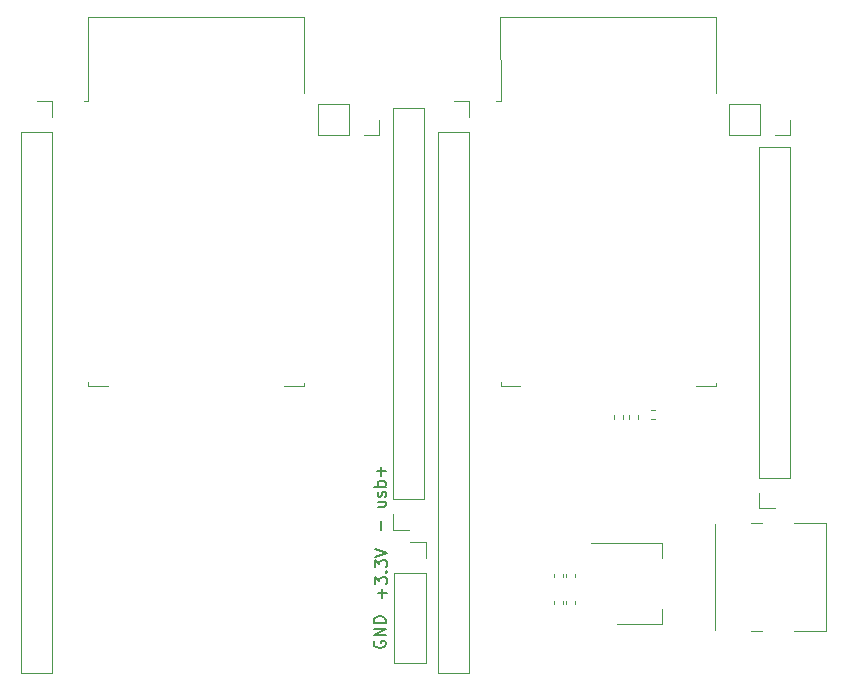
<source format=gbr>
%TF.GenerationSoftware,KiCad,Pcbnew,(5.1.6)-1*%
%TF.CreationDate,2020-10-06T21:24:19+08:00*%
%TF.ProjectId,esp32,65737033-322e-46b6-9963-61645f706362,rev?*%
%TF.SameCoordinates,Original*%
%TF.FileFunction,Legend,Top*%
%TF.FilePolarity,Positive*%
%FSLAX46Y46*%
G04 Gerber Fmt 4.6, Leading zero omitted, Abs format (unit mm)*
G04 Created by KiCad (PCBNEW (5.1.6)-1) date 2020-10-06 21:24:19*
%MOMM*%
%LPD*%
G01*
G04 APERTURE LIST*
%ADD10C,0.150000*%
%ADD11C,0.120000*%
G04 APERTURE END LIST*
D10*
X148171428Y-58090476D02*
X148171428Y-57328571D01*
X147885714Y-55661904D02*
X148552380Y-55661904D01*
X147885714Y-56090476D02*
X148409523Y-56090476D01*
X148504761Y-56042857D01*
X148552380Y-55947619D01*
X148552380Y-55804761D01*
X148504761Y-55709523D01*
X148457142Y-55661904D01*
X148504761Y-55233333D02*
X148552380Y-55138095D01*
X148552380Y-54947619D01*
X148504761Y-54852380D01*
X148409523Y-54804761D01*
X148361904Y-54804761D01*
X148266666Y-54852380D01*
X148219047Y-54947619D01*
X148219047Y-55090476D01*
X148171428Y-55185714D01*
X148076190Y-55233333D01*
X148028571Y-55233333D01*
X147933333Y-55185714D01*
X147885714Y-55090476D01*
X147885714Y-54947619D01*
X147933333Y-54852380D01*
X148552380Y-54376190D02*
X147552380Y-54376190D01*
X147933333Y-54376190D02*
X147885714Y-54280952D01*
X147885714Y-54090476D01*
X147933333Y-53995238D01*
X147980952Y-53947619D01*
X148076190Y-53900000D01*
X148361904Y-53900000D01*
X148457142Y-53947619D01*
X148504761Y-53995238D01*
X148552380Y-54090476D01*
X148552380Y-54280952D01*
X148504761Y-54376190D01*
X148171428Y-53471428D02*
X148171428Y-52709523D01*
X148552380Y-53090476D02*
X147790476Y-53090476D01*
X147600000Y-67461904D02*
X147552380Y-67557142D01*
X147552380Y-67700000D01*
X147600000Y-67842857D01*
X147695238Y-67938095D01*
X147790476Y-67985714D01*
X147980952Y-68033333D01*
X148123809Y-68033333D01*
X148314285Y-67985714D01*
X148409523Y-67938095D01*
X148504761Y-67842857D01*
X148552380Y-67700000D01*
X148552380Y-67604761D01*
X148504761Y-67461904D01*
X148457142Y-67414285D01*
X148123809Y-67414285D01*
X148123809Y-67604761D01*
X148552380Y-66985714D02*
X147552380Y-66985714D01*
X148552380Y-66414285D01*
X147552380Y-66414285D01*
X148552380Y-65938095D02*
X147552380Y-65938095D01*
X147552380Y-65700000D01*
X147600000Y-65557142D01*
X147695238Y-65461904D01*
X147790476Y-65414285D01*
X147980952Y-65366666D01*
X148123809Y-65366666D01*
X148314285Y-65414285D01*
X148409523Y-65461904D01*
X148504761Y-65557142D01*
X148552380Y-65700000D01*
X148552380Y-65938095D01*
X148271428Y-63800000D02*
X148271428Y-63038095D01*
X148652380Y-63419047D02*
X147890476Y-63419047D01*
X147652380Y-62657142D02*
X147652380Y-62038095D01*
X148033333Y-62371428D01*
X148033333Y-62228571D01*
X148080952Y-62133333D01*
X148128571Y-62085714D01*
X148223809Y-62038095D01*
X148461904Y-62038095D01*
X148557142Y-62085714D01*
X148604761Y-62133333D01*
X148652380Y-62228571D01*
X148652380Y-62514285D01*
X148604761Y-62609523D01*
X148557142Y-62657142D01*
X148557142Y-61609523D02*
X148604761Y-61561904D01*
X148652380Y-61609523D01*
X148604761Y-61657142D01*
X148557142Y-61609523D01*
X148652380Y-61609523D01*
X147652380Y-61228571D02*
X147652380Y-60609523D01*
X148033333Y-60942857D01*
X148033333Y-60800000D01*
X148080952Y-60704761D01*
X148128571Y-60657142D01*
X148223809Y-60609523D01*
X148461904Y-60609523D01*
X148557142Y-60657142D01*
X148604761Y-60704761D01*
X148652380Y-60800000D01*
X148652380Y-61085714D01*
X148604761Y-61180952D01*
X148557142Y-61228571D01*
X147652380Y-60323809D02*
X148652380Y-59990476D01*
X147652380Y-59657142D01*
D11*
%TO.C,REF\u002A\u002A*%
X150600000Y-59070000D02*
X151930000Y-59070000D01*
X151930000Y-59070000D02*
X151930000Y-60400000D01*
X151930000Y-61670000D02*
X151930000Y-69350000D01*
X149270000Y-69350000D02*
X151930000Y-69350000D01*
X149270000Y-61670000D02*
X149270000Y-69350000D01*
X149270000Y-61670000D02*
X151930000Y-61670000D01*
%TO.C,J4*%
X150500000Y-58030000D02*
X149170000Y-58030000D01*
X149170000Y-58030000D02*
X149170000Y-56700000D01*
X149170000Y-55430000D02*
X149170000Y-22350000D01*
X151830000Y-22350000D02*
X149170000Y-22350000D01*
X151830000Y-55430000D02*
X151830000Y-22350000D01*
X151830000Y-55430000D02*
X149170000Y-55430000D01*
%TO.C,J1*%
X154300000Y-21770000D02*
X155630000Y-21770000D01*
X155630000Y-21770000D02*
X155630000Y-23100000D01*
X155630000Y-24370000D02*
X155630000Y-70150000D01*
X152970000Y-70150000D02*
X155630000Y-70150000D01*
X152970000Y-24370000D02*
X152970000Y-70150000D01*
X152970000Y-24370000D02*
X155630000Y-24370000D01*
%TO.C,J5*%
X119000000Y-21770000D02*
X120330000Y-21770000D01*
X120330000Y-21770000D02*
X120330000Y-23100000D01*
X120330000Y-24370000D02*
X120330000Y-70150000D01*
X117670000Y-70150000D02*
X120330000Y-70150000D01*
X117670000Y-24370000D02*
X117670000Y-70150000D01*
X117670000Y-24370000D02*
X120330000Y-24370000D01*
%TO.C,U3*%
X123390000Y-21730000D02*
X123000000Y-21730000D01*
X141630000Y-21070000D02*
X141630000Y-14650000D01*
X123390000Y-21730000D02*
X123375000Y-14650000D01*
X123375000Y-14650000D02*
X141630000Y-14650000D01*
X141620000Y-45640000D02*
X141620000Y-45900000D01*
X141620000Y-45900000D02*
X139960000Y-45900000D01*
X123380000Y-45540000D02*
X123380000Y-45900000D01*
X123380000Y-45900000D02*
X125040000Y-45900000D01*
%TO.C,U2*%
X165900000Y-59190000D02*
X171910000Y-59190000D01*
X168150000Y-66010000D02*
X171910000Y-66010000D01*
X171910000Y-59190000D02*
X171910000Y-60450000D01*
X171910000Y-66010000D02*
X171910000Y-64750000D01*
%TO.C,U1*%
X158290000Y-21730000D02*
X157900000Y-21730000D01*
X176530000Y-21070000D02*
X176530000Y-14650000D01*
X158290000Y-21730000D02*
X158275000Y-14650000D01*
X158275000Y-14650000D02*
X176530000Y-14650000D01*
X176520000Y-45640000D02*
X176520000Y-45900000D01*
X176520000Y-45900000D02*
X174860000Y-45900000D01*
X158280000Y-45540000D02*
X158280000Y-45900000D01*
X158280000Y-45900000D02*
X159940000Y-45900000D01*
%TO.C,R3*%
X171032379Y-48680000D02*
X171367621Y-48680000D01*
X171032379Y-47920000D02*
X171367621Y-47920000D01*
%TO.C,R2*%
X169120000Y-48332379D02*
X169120000Y-48667621D01*
X169880000Y-48332379D02*
X169880000Y-48667621D01*
%TO.C,R1*%
X167920000Y-48332379D02*
X167920000Y-48667621D01*
X168680000Y-48332379D02*
X168680000Y-48667621D01*
%TO.C,P1*%
X179500000Y-66620000D02*
X180400000Y-66620000D01*
X179500000Y-57430000D02*
X180400000Y-57430000D01*
X183100000Y-66620000D02*
X185830000Y-66620000D01*
X183100000Y-57430000D02*
X185830000Y-57430000D01*
X176420000Y-66500000D02*
X176420000Y-57550000D01*
X185830000Y-66620000D02*
X185830000Y-57430000D01*
%TO.C,J6*%
X148030000Y-23300000D02*
X148030000Y-24630000D01*
X148030000Y-24630000D02*
X146700000Y-24630000D01*
X145430000Y-24630000D02*
X142830000Y-24630000D01*
X142830000Y-21970000D02*
X142830000Y-24630000D01*
X145430000Y-21970000D02*
X142830000Y-21970000D01*
X145430000Y-21970000D02*
X145430000Y-24630000D01*
%TO.C,J3*%
X181500000Y-56230000D02*
X180170000Y-56230000D01*
X180170000Y-56230000D02*
X180170000Y-54900000D01*
X180170000Y-53630000D02*
X180170000Y-25630000D01*
X182830000Y-25630000D02*
X180170000Y-25630000D01*
X182830000Y-53630000D02*
X182830000Y-25630000D01*
X182830000Y-53630000D02*
X180170000Y-53630000D01*
%TO.C,J2*%
X182830000Y-23300000D02*
X182830000Y-24630000D01*
X182830000Y-24630000D02*
X181500000Y-24630000D01*
X180230000Y-24630000D02*
X177630000Y-24630000D01*
X177630000Y-21970000D02*
X177630000Y-24630000D01*
X180230000Y-21970000D02*
X177630000Y-21970000D01*
X180230000Y-21970000D02*
X180230000Y-24630000D01*
%TO.C,C4*%
X163560000Y-62015835D02*
X163560000Y-61784165D01*
X162840000Y-62015835D02*
X162840000Y-61784165D01*
%TO.C,C3*%
X164560000Y-62015835D02*
X164560000Y-61784165D01*
X163840000Y-62015835D02*
X163840000Y-61784165D01*
%TO.C,C2*%
X164560000Y-64315835D02*
X164560000Y-64084165D01*
X163840000Y-64315835D02*
X163840000Y-64084165D01*
%TO.C,C1*%
X163560000Y-64315835D02*
X163560000Y-64084165D01*
X162840000Y-64315835D02*
X162840000Y-64084165D01*
%TD*%
M02*

</source>
